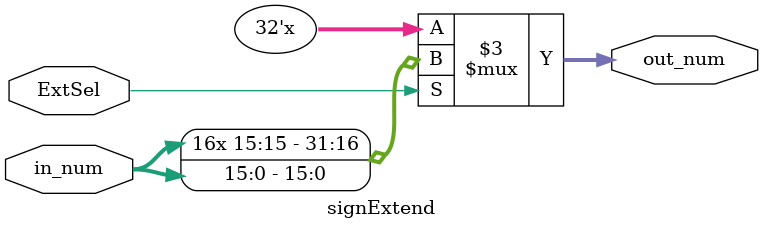
<source format=v>
`timescale 1ns / 1ps


module signExtend(in_num,out_num,ExtSel);
  input wire [15:0] in_num;
  input wire ExtSel;
  output reg [31:0] out_num;
  initial begin
    out_num = 0;
  end
  always @(in_num or ExtSel)begin
    if(ExtSel) begin
      out_num <= {{16{in_num[15]}}, in_num[15:0]};
    end
  end
endmodule

</source>
